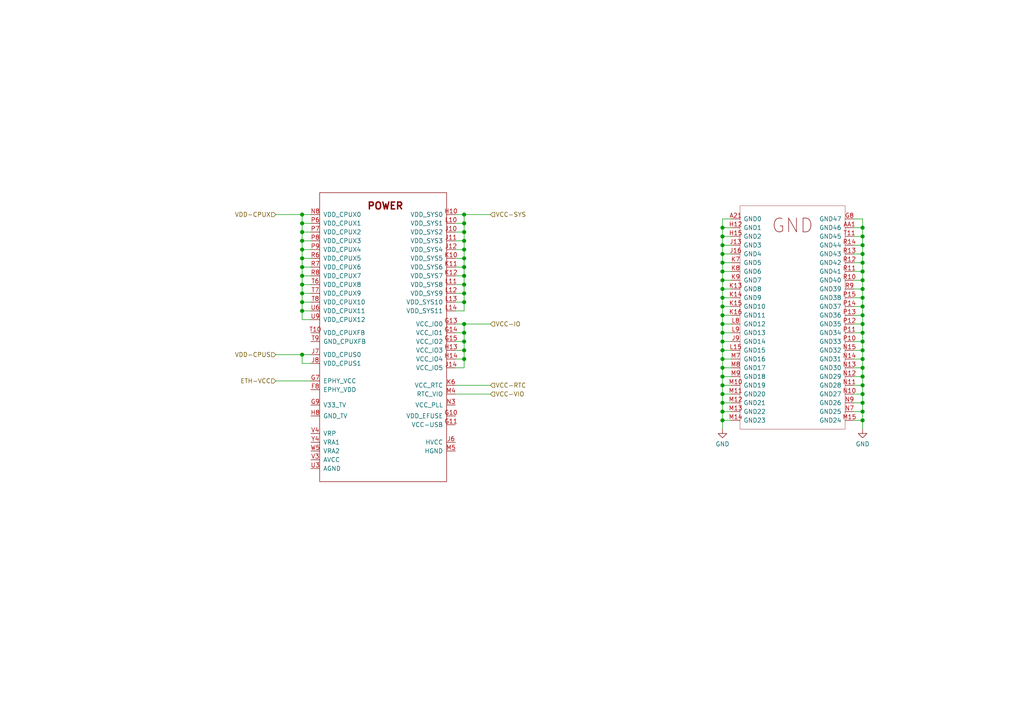
<source format=kicad_sch>
(kicad_sch (version 20210126) (generator eeschema)
  (paper "A4")
  (junction (at 87.63 62.23) (diameter 1.016))
  (junction (at 87.63 64.77) (diameter 1.016))
  (junction (at 87.63 67.31) (diameter 1.016))
  (junction (at 87.63 69.85) (diameter 1.016))
  (junction (at 87.63 72.39) (diameter 1.016))
  (junction (at 87.63 74.93) (diameter 1.016))
  (junction (at 87.63 77.47) (diameter 1.016))
  (junction (at 87.63 80.01) (diameter 1.016))
  (junction (at 87.63 82.55) (diameter 1.016))
  (junction (at 87.63 85.09) (diameter 1.016))
  (junction (at 87.63 87.63) (diameter 1.016))
  (junction (at 87.63 90.17) (diameter 1.016))
  (junction (at 87.63 102.87) (diameter 1.016))
  (junction (at 134.62 62.23) (diameter 1.016))
  (junction (at 134.62 64.77) (diameter 1.016))
  (junction (at 134.62 67.31) (diameter 1.016))
  (junction (at 134.62 69.85) (diameter 1.016))
  (junction (at 134.62 72.39) (diameter 1.016))
  (junction (at 134.62 74.93) (diameter 1.016))
  (junction (at 134.62 77.47) (diameter 1.016))
  (junction (at 134.62 80.01) (diameter 1.016))
  (junction (at 134.62 82.55) (diameter 1.016))
  (junction (at 134.62 85.09) (diameter 1.016))
  (junction (at 134.62 87.63) (diameter 1.016))
  (junction (at 134.62 93.98) (diameter 1.016))
  (junction (at 134.62 96.52) (diameter 1.016))
  (junction (at 134.62 99.06) (diameter 1.016))
  (junction (at 134.62 101.6) (diameter 1.016))
  (junction (at 134.62 104.14) (diameter 1.016))
  (junction (at 209.55 66.04) (diameter 1.016))
  (junction (at 209.55 68.58) (diameter 1.016))
  (junction (at 209.55 71.12) (diameter 1.016))
  (junction (at 209.55 73.66) (diameter 1.016))
  (junction (at 209.55 76.2) (diameter 1.016))
  (junction (at 209.55 78.74) (diameter 1.016))
  (junction (at 209.55 81.28) (diameter 1.016))
  (junction (at 209.55 83.82) (diameter 1.016))
  (junction (at 209.55 86.36) (diameter 1.016))
  (junction (at 209.55 88.9) (diameter 1.016))
  (junction (at 209.55 91.44) (diameter 1.016))
  (junction (at 209.55 93.98) (diameter 1.016))
  (junction (at 209.55 96.52) (diameter 1.016))
  (junction (at 209.55 99.06) (diameter 1.016))
  (junction (at 209.55 101.6) (diameter 1.016))
  (junction (at 209.55 104.14) (diameter 1.016))
  (junction (at 209.55 106.68) (diameter 1.016))
  (junction (at 209.55 109.22) (diameter 1.016))
  (junction (at 209.55 111.76) (diameter 1.016))
  (junction (at 209.55 114.3) (diameter 1.016))
  (junction (at 209.55 116.84) (diameter 1.016))
  (junction (at 209.55 119.38) (diameter 1.016))
  (junction (at 209.55 121.92) (diameter 1.016))
  (junction (at 250.19 66.04) (diameter 1.016))
  (junction (at 250.19 68.58) (diameter 1.016))
  (junction (at 250.19 71.12) (diameter 1.016))
  (junction (at 250.19 73.66) (diameter 1.016))
  (junction (at 250.19 76.2) (diameter 1.016))
  (junction (at 250.19 78.74) (diameter 1.016))
  (junction (at 250.19 81.28) (diameter 1.016))
  (junction (at 250.19 83.82) (diameter 1.016))
  (junction (at 250.19 86.36) (diameter 1.016))
  (junction (at 250.19 88.9) (diameter 1.016))
  (junction (at 250.19 91.44) (diameter 1.016))
  (junction (at 250.19 93.98) (diameter 1.016))
  (junction (at 250.19 96.52) (diameter 1.016))
  (junction (at 250.19 99.06) (diameter 1.016))
  (junction (at 250.19 101.6) (diameter 1.016))
  (junction (at 250.19 104.14) (diameter 1.016))
  (junction (at 250.19 106.68) (diameter 1.016))
  (junction (at 250.19 109.22) (diameter 1.016))
  (junction (at 250.19 111.76) (diameter 1.016))
  (junction (at 250.19 114.3) (diameter 1.016))
  (junction (at 250.19 116.84) (diameter 1.016))
  (junction (at 250.19 119.38) (diameter 1.016))
  (junction (at 250.19 121.92) (diameter 1.016))
  (wire (pts (xy 80.01 62.23) (xy 87.63 62.23)))
  (wire (pts (xy 80.01 102.87) (xy 87.63 102.87)))
  (wire (pts (xy 80.01 110.49) (xy 90.17 110.49)))
  (wire (pts (xy 87.63 62.23) (xy 90.17 62.23)))
  (wire (pts (xy 87.63 64.77) (xy 87.63 62.23)))
  (wire (pts (xy 87.63 67.31) (xy 87.63 64.77)))
  (wire (pts (xy 87.63 69.85) (xy 87.63 67.31)))
  (wire (pts (xy 87.63 72.39) (xy 87.63 69.85)))
  (wire (pts (xy 87.63 74.93) (xy 87.63 72.39)))
  (wire (pts (xy 87.63 77.47) (xy 87.63 74.93)))
  (wire (pts (xy 87.63 80.01) (xy 87.63 77.47)))
  (wire (pts (xy 87.63 82.55) (xy 87.63 80.01)))
  (wire (pts (xy 87.63 85.09) (xy 87.63 82.55)))
  (wire (pts (xy 87.63 87.63) (xy 87.63 85.09)))
  (wire (pts (xy 87.63 90.17) (xy 87.63 87.63)))
  (wire (pts (xy 87.63 92.71) (xy 87.63 90.17)))
  (wire (pts (xy 87.63 102.87) (xy 87.63 105.41)))
  (wire (pts (xy 87.63 102.87) (xy 90.17 102.87)))
  (wire (pts (xy 87.63 105.41) (xy 90.17 105.41)))
  (wire (pts (xy 90.17 64.77) (xy 87.63 64.77)))
  (wire (pts (xy 90.17 67.31) (xy 87.63 67.31)))
  (wire (pts (xy 90.17 69.85) (xy 87.63 69.85)))
  (wire (pts (xy 90.17 72.39) (xy 87.63 72.39)))
  (wire (pts (xy 90.17 74.93) (xy 87.63 74.93)))
  (wire (pts (xy 90.17 77.47) (xy 87.63 77.47)))
  (wire (pts (xy 90.17 80.01) (xy 87.63 80.01)))
  (wire (pts (xy 90.17 82.55) (xy 87.63 82.55)))
  (wire (pts (xy 90.17 85.09) (xy 87.63 85.09)))
  (wire (pts (xy 90.17 87.63) (xy 87.63 87.63)))
  (wire (pts (xy 90.17 90.17) (xy 87.63 90.17)))
  (wire (pts (xy 90.17 92.71) (xy 87.63 92.71)))
  (wire (pts (xy 132.08 64.77) (xy 134.62 64.77)))
  (wire (pts (xy 132.08 67.31) (xy 134.62 67.31)))
  (wire (pts (xy 132.08 69.85) (xy 134.62 69.85)))
  (wire (pts (xy 132.08 72.39) (xy 134.62 72.39)))
  (wire (pts (xy 132.08 74.93) (xy 134.62 74.93)))
  (wire (pts (xy 132.08 77.47) (xy 134.62 77.47)))
  (wire (pts (xy 132.08 80.01) (xy 134.62 80.01)))
  (wire (pts (xy 132.08 82.55) (xy 134.62 82.55)))
  (wire (pts (xy 132.08 85.09) (xy 134.62 85.09)))
  (wire (pts (xy 132.08 87.63) (xy 134.62 87.63)))
  (wire (pts (xy 132.08 90.17) (xy 134.62 90.17)))
  (wire (pts (xy 132.08 96.52) (xy 134.62 96.52)))
  (wire (pts (xy 132.08 99.06) (xy 134.62 99.06)))
  (wire (pts (xy 132.08 101.6) (xy 134.62 101.6)))
  (wire (pts (xy 132.08 104.14) (xy 134.62 104.14)))
  (wire (pts (xy 132.08 111.76) (xy 142.24 111.76)))
  (wire (pts (xy 132.08 114.3) (xy 142.24 114.3)))
  (wire (pts (xy 134.62 62.23) (xy 132.08 62.23)))
  (wire (pts (xy 134.62 64.77) (xy 134.62 62.23)))
  (wire (pts (xy 134.62 67.31) (xy 134.62 64.77)))
  (wire (pts (xy 134.62 69.85) (xy 134.62 67.31)))
  (wire (pts (xy 134.62 72.39) (xy 134.62 69.85)))
  (wire (pts (xy 134.62 74.93) (xy 134.62 72.39)))
  (wire (pts (xy 134.62 77.47) (xy 134.62 74.93)))
  (wire (pts (xy 134.62 80.01) (xy 134.62 77.47)))
  (wire (pts (xy 134.62 82.55) (xy 134.62 80.01)))
  (wire (pts (xy 134.62 85.09) (xy 134.62 82.55)))
  (wire (pts (xy 134.62 87.63) (xy 134.62 85.09)))
  (wire (pts (xy 134.62 90.17) (xy 134.62 87.63)))
  (wire (pts (xy 134.62 93.98) (xy 132.08 93.98)))
  (wire (pts (xy 134.62 96.52) (xy 134.62 93.98)))
  (wire (pts (xy 134.62 99.06) (xy 134.62 96.52)))
  (wire (pts (xy 134.62 101.6) (xy 134.62 99.06)))
  (wire (pts (xy 134.62 104.14) (xy 134.62 101.6)))
  (wire (pts (xy 134.62 104.14) (xy 134.62 106.68)))
  (wire (pts (xy 134.62 106.68) (xy 132.08 106.68)))
  (wire (pts (xy 142.24 62.23) (xy 134.62 62.23)))
  (wire (pts (xy 142.24 93.98) (xy 134.62 93.98)))
  (wire (pts (xy 209.55 63.5) (xy 212.09 63.5)))
  (wire (pts (xy 209.55 66.04) (xy 209.55 63.5)))
  (wire (pts (xy 209.55 66.04) (xy 212.09 66.04)))
  (wire (pts (xy 209.55 68.58) (xy 209.55 66.04)))
  (wire (pts (xy 209.55 68.58) (xy 212.09 68.58)))
  (wire (pts (xy 209.55 71.12) (xy 209.55 68.58)))
  (wire (pts (xy 209.55 71.12) (xy 212.09 71.12)))
  (wire (pts (xy 209.55 73.66) (xy 209.55 71.12)))
  (wire (pts (xy 209.55 73.66) (xy 212.09 73.66)))
  (wire (pts (xy 209.55 76.2) (xy 209.55 73.66)))
  (wire (pts (xy 209.55 76.2) (xy 212.09 76.2)))
  (wire (pts (xy 209.55 78.74) (xy 209.55 76.2)))
  (wire (pts (xy 209.55 78.74) (xy 212.09 78.74)))
  (wire (pts (xy 209.55 81.28) (xy 209.55 78.74)))
  (wire (pts (xy 209.55 81.28) (xy 212.09 81.28)))
  (wire (pts (xy 209.55 83.82) (xy 209.55 81.28)))
  (wire (pts (xy 209.55 83.82) (xy 212.09 83.82)))
  (wire (pts (xy 209.55 86.36) (xy 209.55 83.82)))
  (wire (pts (xy 209.55 86.36) (xy 212.09 86.36)))
  (wire (pts (xy 209.55 88.9) (xy 209.55 86.36)))
  (wire (pts (xy 209.55 88.9) (xy 212.09 88.9)))
  (wire (pts (xy 209.55 91.44) (xy 209.55 88.9)))
  (wire (pts (xy 209.55 91.44) (xy 212.09 91.44)))
  (wire (pts (xy 209.55 93.98) (xy 209.55 91.44)))
  (wire (pts (xy 209.55 93.98) (xy 212.09 93.98)))
  (wire (pts (xy 209.55 96.52) (xy 209.55 93.98)))
  (wire (pts (xy 209.55 96.52) (xy 212.09 96.52)))
  (wire (pts (xy 209.55 99.06) (xy 209.55 96.52)))
  (wire (pts (xy 209.55 99.06) (xy 212.09 99.06)))
  (wire (pts (xy 209.55 101.6) (xy 209.55 99.06)))
  (wire (pts (xy 209.55 101.6) (xy 212.09 101.6)))
  (wire (pts (xy 209.55 104.14) (xy 209.55 101.6)))
  (wire (pts (xy 209.55 104.14) (xy 212.09 104.14)))
  (wire (pts (xy 209.55 106.68) (xy 209.55 104.14)))
  (wire (pts (xy 209.55 106.68) (xy 212.09 106.68)))
  (wire (pts (xy 209.55 109.22) (xy 209.55 106.68)))
  (wire (pts (xy 209.55 109.22) (xy 212.09 109.22)))
  (wire (pts (xy 209.55 111.76) (xy 209.55 109.22)))
  (wire (pts (xy 209.55 111.76) (xy 212.09 111.76)))
  (wire (pts (xy 209.55 114.3) (xy 209.55 111.76)))
  (wire (pts (xy 209.55 114.3) (xy 212.09 114.3)))
  (wire (pts (xy 209.55 116.84) (xy 209.55 114.3)))
  (wire (pts (xy 209.55 116.84) (xy 212.09 116.84)))
  (wire (pts (xy 209.55 119.38) (xy 209.55 116.84)))
  (wire (pts (xy 209.55 119.38) (xy 212.09 119.38)))
  (wire (pts (xy 209.55 121.92) (xy 209.55 119.38)))
  (wire (pts (xy 209.55 121.92) (xy 212.09 121.92)))
  (wire (pts (xy 209.55 124.46) (xy 209.55 121.92)))
  (wire (pts (xy 247.65 63.5) (xy 250.19 63.5)))
  (wire (pts (xy 247.65 66.04) (xy 250.19 66.04)))
  (wire (pts (xy 247.65 68.58) (xy 250.19 68.58)))
  (wire (pts (xy 247.65 71.12) (xy 250.19 71.12)))
  (wire (pts (xy 247.65 73.66) (xy 250.19 73.66)))
  (wire (pts (xy 247.65 76.2) (xy 250.19 76.2)))
  (wire (pts (xy 247.65 78.74) (xy 250.19 78.74)))
  (wire (pts (xy 247.65 81.28) (xy 250.19 81.28)))
  (wire (pts (xy 247.65 83.82) (xy 250.19 83.82)))
  (wire (pts (xy 247.65 86.36) (xy 250.19 86.36)))
  (wire (pts (xy 247.65 88.9) (xy 250.19 88.9)))
  (wire (pts (xy 247.65 91.44) (xy 250.19 91.44)))
  (wire (pts (xy 247.65 93.98) (xy 250.19 93.98)))
  (wire (pts (xy 247.65 96.52) (xy 250.19 96.52)))
  (wire (pts (xy 247.65 99.06) (xy 250.19 99.06)))
  (wire (pts (xy 247.65 101.6) (xy 250.19 101.6)))
  (wire (pts (xy 247.65 104.14) (xy 250.19 104.14)))
  (wire (pts (xy 247.65 106.68) (xy 250.19 106.68)))
  (wire (pts (xy 247.65 109.22) (xy 250.19 109.22)))
  (wire (pts (xy 247.65 111.76) (xy 250.19 111.76)))
  (wire (pts (xy 247.65 114.3) (xy 250.19 114.3)))
  (wire (pts (xy 247.65 116.84) (xy 250.19 116.84)))
  (wire (pts (xy 247.65 119.38) (xy 250.19 119.38)))
  (wire (pts (xy 247.65 121.92) (xy 250.19 121.92)))
  (wire (pts (xy 250.19 63.5) (xy 250.19 66.04)))
  (wire (pts (xy 250.19 66.04) (xy 250.19 68.58)))
  (wire (pts (xy 250.19 68.58) (xy 250.19 71.12)))
  (wire (pts (xy 250.19 71.12) (xy 250.19 73.66)))
  (wire (pts (xy 250.19 73.66) (xy 250.19 76.2)))
  (wire (pts (xy 250.19 76.2) (xy 250.19 78.74)))
  (wire (pts (xy 250.19 78.74) (xy 250.19 81.28)))
  (wire (pts (xy 250.19 81.28) (xy 250.19 83.82)))
  (wire (pts (xy 250.19 83.82) (xy 250.19 86.36)))
  (wire (pts (xy 250.19 86.36) (xy 250.19 88.9)))
  (wire (pts (xy 250.19 88.9) (xy 250.19 91.44)))
  (wire (pts (xy 250.19 91.44) (xy 250.19 93.98)))
  (wire (pts (xy 250.19 93.98) (xy 250.19 96.52)))
  (wire (pts (xy 250.19 96.52) (xy 250.19 99.06)))
  (wire (pts (xy 250.19 99.06) (xy 250.19 101.6)))
  (wire (pts (xy 250.19 101.6) (xy 250.19 104.14)))
  (wire (pts (xy 250.19 104.14) (xy 250.19 106.68)))
  (wire (pts (xy 250.19 106.68) (xy 250.19 109.22)))
  (wire (pts (xy 250.19 109.22) (xy 250.19 111.76)))
  (wire (pts (xy 250.19 111.76) (xy 250.19 114.3)))
  (wire (pts (xy 250.19 114.3) (xy 250.19 116.84)))
  (wire (pts (xy 250.19 116.84) (xy 250.19 119.38)))
  (wire (pts (xy 250.19 119.38) (xy 250.19 121.92)))
  (wire (pts (xy 250.19 121.92) (xy 250.19 124.46)))
  (hierarchical_label "VDD-CPUX" (shape input) (at 80.01 62.23 180))
  (hierarchical_label "VDD-CPUS" (shape input) (at 80.01 102.87 180))
  (hierarchical_label "ETH-VCC" (shape input) (at 80.01 110.49 180))
  (hierarchical_label "VCC-SYS" (shape input) (at 142.24 62.23 0))
  (hierarchical_label "VCC-IO" (shape input) (at 142.24 93.98 0))
  (hierarchical_label "VCC-RTC" (shape input) (at 142.24 111.76 0))
  (hierarchical_label "VCC-VIO" (shape input) (at 142.24 114.3 0))
  (symbol (lib_id "power:GND") (at 209.55 124.46 0) (unit 1)
    (property "Reference" "#PWR0177" (effects hide))
    (property "Value" "GND" (at 209.55 128.7844 0))
  )
  (symbol (lib_id "power:GND") (at 250.19 124.46 0) (unit 1)
    (property "Reference" "#PWR0178" (effects hide))
    (property "Value" "GND" (at 250.19 128.7844 0))
  )
  (symbol (lib_name "h3:h3_2") (lib_id "h3:h3") (at 229.87 92.71 0) (unit 5)
    (property "Reference" "U1" (effects hide))
    (property "Value" "h3" (effects hide))
    (property "Footprint" "h3:H3" (effects hide))
  )
  (symbol (lib_id "h3:h3") (at 111.76 92.71 0) (unit 4)
    (property "Reference" "U1" (effects hide))
    (property "Value" "h3" (effects hide))
    (property "Footprint" "h3:H3" (effects hide))
  )
)
</source>
